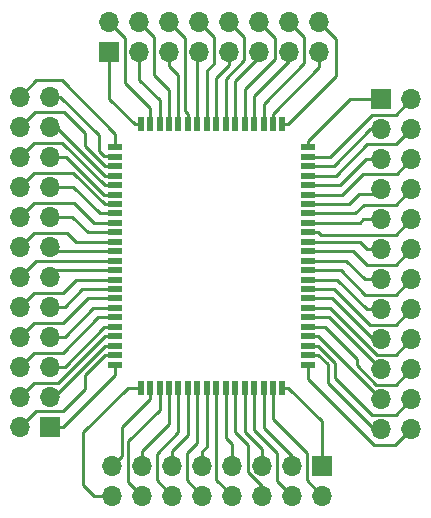
<source format=gbr>
G04 #@! TF.GenerationSoftware,KiCad,Pcbnew,(5.1.2)-2*
G04 #@! TF.CreationDate,2019-08-20T02:28:55-06:00*
G04 #@! TF.ProjectId,pqfp_80_breakout,70716670-5f38-4305-9f62-7265616b6f75,rev?*
G04 #@! TF.SameCoordinates,Original*
G04 #@! TF.FileFunction,Copper,L1,Top*
G04 #@! TF.FilePolarity,Positive*
%FSLAX46Y46*%
G04 Gerber Fmt 4.6, Leading zero omitted, Abs format (unit mm)*
G04 Created by KiCad (PCBNEW (5.1.2)-2) date 2019-08-20 02:28:55*
%MOMM*%
%LPD*%
G04 APERTURE LIST*
%ADD10O,1.700000X1.700000*%
%ADD11R,1.700000X1.700000*%
%ADD12R,0.500000X1.300000*%
%ADD13R,1.300000X0.500000*%
%ADD14C,0.250000*%
G04 APERTURE END LIST*
D10*
X159780000Y-54460000D03*
X159780000Y-57000000D03*
X157240000Y-54460000D03*
X157240000Y-57000000D03*
X154700000Y-54460000D03*
X154700000Y-57000000D03*
X152160000Y-54460000D03*
X152160000Y-57000000D03*
X149620000Y-54460000D03*
X149620000Y-57000000D03*
X147080000Y-54460000D03*
X147080000Y-57000000D03*
X144540000Y-54460000D03*
X144540000Y-57000000D03*
X142000000Y-54460000D03*
D11*
X142000000Y-57000000D03*
D12*
X144650000Y-63100000D03*
X145450000Y-63100000D03*
X146250000Y-63100000D03*
X147050000Y-63100000D03*
X147850000Y-63100000D03*
X148650000Y-63100000D03*
X149450000Y-63100000D03*
X150250000Y-63100000D03*
X151050000Y-63100000D03*
X151850000Y-63100000D03*
X152650000Y-63100000D03*
X153450000Y-63100000D03*
X154250000Y-63100000D03*
X155050000Y-63100000D03*
X155850000Y-63100000D03*
X156650000Y-63100000D03*
D13*
X158800000Y-65050000D03*
X158800000Y-65850000D03*
X158800000Y-66650000D03*
X158800000Y-67450000D03*
X158800000Y-68250000D03*
X158800000Y-69050000D03*
X158800000Y-69850000D03*
X158800000Y-70650000D03*
X158800000Y-71450000D03*
X158800000Y-72250000D03*
X158800000Y-73050000D03*
X158800000Y-73850000D03*
X158800000Y-74650000D03*
X158800000Y-75450000D03*
X158800000Y-76250000D03*
X158800000Y-77050000D03*
X158800000Y-77850000D03*
X158800000Y-78650000D03*
X158800000Y-79450000D03*
X158800000Y-80250000D03*
X158800000Y-81050000D03*
X158800000Y-81850000D03*
X158800000Y-82650000D03*
X158800000Y-83450000D03*
D12*
X156650000Y-85400000D03*
X155850000Y-85400000D03*
X155050000Y-85400000D03*
X154250000Y-85400000D03*
X153450000Y-85400000D03*
X152650000Y-85400000D03*
X151850000Y-85400000D03*
X151050000Y-85400000D03*
X150250000Y-85400000D03*
X149450000Y-85400000D03*
X148650000Y-85400000D03*
X147850000Y-85400000D03*
X147050000Y-85400000D03*
X146250000Y-85400000D03*
X145450000Y-85400000D03*
X144650000Y-85400000D03*
D13*
X142500000Y-83450000D03*
X142500000Y-82650000D03*
X142500000Y-81850000D03*
X142500000Y-81050000D03*
X142500000Y-80250000D03*
X142500000Y-79450000D03*
X142500000Y-78650000D03*
X142500000Y-77850000D03*
X142500000Y-77050000D03*
X142500000Y-76250000D03*
X142500000Y-75450000D03*
X142500000Y-74650000D03*
X142500000Y-73850000D03*
X142500000Y-73050000D03*
X142500000Y-72250000D03*
X142500000Y-71450000D03*
X142500000Y-70650000D03*
X142500000Y-69850000D03*
X142500000Y-69050000D03*
X142500000Y-68250000D03*
X142500000Y-67450000D03*
X142500000Y-66650000D03*
X142500000Y-65850000D03*
X142500000Y-65050000D03*
D10*
X167540000Y-88940000D03*
X165000000Y-88940000D03*
X167540000Y-86400000D03*
X165000000Y-86400000D03*
X167540000Y-83860000D03*
X165000000Y-83860000D03*
X167540000Y-81320000D03*
X165000000Y-81320000D03*
X167540000Y-78780000D03*
X165000000Y-78780000D03*
X167540000Y-76240000D03*
X165000000Y-76240000D03*
X167540000Y-73700000D03*
X165000000Y-73700000D03*
X167540000Y-71160000D03*
X165000000Y-71160000D03*
X167540000Y-68620000D03*
X165000000Y-68620000D03*
X167540000Y-66080000D03*
X165000000Y-66080000D03*
X167540000Y-63540000D03*
X165000000Y-63540000D03*
X167540000Y-61000000D03*
D11*
X165000000Y-61000000D03*
D10*
X142220000Y-94540000D03*
X142220000Y-92000000D03*
X144760000Y-94540000D03*
X144760000Y-92000000D03*
X147300000Y-94540000D03*
X147300000Y-92000000D03*
X149840000Y-94540000D03*
X149840000Y-92000000D03*
X152380000Y-94540000D03*
X152380000Y-92000000D03*
X154920000Y-94540000D03*
X154920000Y-92000000D03*
X157460000Y-94540000D03*
X157460000Y-92000000D03*
X160000000Y-94540000D03*
D11*
X160000000Y-92000000D03*
D10*
X134460000Y-60760000D03*
X137000000Y-60760000D03*
X134460000Y-63300000D03*
X137000000Y-63300000D03*
X134460000Y-65840000D03*
X137000000Y-65840000D03*
X134460000Y-68380000D03*
X137000000Y-68380000D03*
X134460000Y-70920000D03*
X137000000Y-70920000D03*
X134460000Y-73460000D03*
X137000000Y-73460000D03*
X134460000Y-76000000D03*
X137000000Y-76000000D03*
X134460000Y-78540000D03*
X137000000Y-78540000D03*
X134460000Y-81080000D03*
X137000000Y-81080000D03*
X134460000Y-83620000D03*
X137000000Y-83620000D03*
X134460000Y-86160000D03*
X137000000Y-86160000D03*
X134460000Y-88700000D03*
D11*
X137000000Y-88700000D03*
D14*
X142500000Y-64550000D02*
X142500000Y-65050000D01*
X142500000Y-63910000D02*
X142500000Y-64550000D01*
X137980000Y-59390000D02*
X142500000Y-63910000D01*
X134460000Y-60760000D02*
X135830000Y-59390000D01*
X135830000Y-59390000D02*
X137980000Y-59390000D01*
X137840000Y-60760000D02*
X137000000Y-60760000D01*
X141120000Y-64040000D02*
X137840000Y-60760000D01*
X141120000Y-65330000D02*
X141120000Y-64040000D01*
X141540000Y-65750000D02*
X141120000Y-65330000D01*
X142582311Y-65914142D02*
X142418169Y-65750000D01*
X142418169Y-65750000D02*
X141540000Y-65750000D01*
X141600000Y-66650000D02*
X142500000Y-66650000D01*
X139930000Y-64980000D02*
X141600000Y-66650000D01*
X139930000Y-63840000D02*
X139930000Y-64980000D01*
X138120000Y-62030000D02*
X139930000Y-63840000D01*
X134460000Y-63300000D02*
X135730000Y-62030000D01*
X135730000Y-62030000D02*
X138120000Y-62030000D01*
X141600000Y-67450000D02*
X142500000Y-67450000D01*
X137000000Y-63300000D02*
X137450000Y-63300000D01*
X137450000Y-63300000D02*
X141600000Y-67450000D01*
X138014999Y-64664999D02*
X135635001Y-64664999D01*
X141600000Y-68250000D02*
X138014999Y-64664999D01*
X135635001Y-64664999D02*
X135309999Y-64990001D01*
X142500000Y-68250000D02*
X141600000Y-68250000D01*
X135309999Y-64990001D02*
X134460000Y-65840000D01*
X141550000Y-69050000D02*
X142500000Y-69050000D01*
X137000000Y-65840000D02*
X138340000Y-65840000D01*
X138340000Y-65840000D02*
X141550000Y-69050000D01*
X135309999Y-67530001D02*
X134460000Y-68380000D01*
X135635001Y-67204999D02*
X135309999Y-67530001D01*
X138954999Y-67204999D02*
X135635001Y-67204999D01*
X141600000Y-69850000D02*
X138954999Y-67204999D01*
X142500000Y-69850000D02*
X141600000Y-69850000D01*
X141210000Y-70650000D02*
X142500000Y-70650000D01*
X137000000Y-68380000D02*
X138940000Y-68380000D01*
X138940000Y-68380000D02*
X141210000Y-70650000D01*
X135309999Y-70070001D02*
X134460000Y-70920000D01*
X135635001Y-69744999D02*
X135309999Y-70070001D01*
X139014999Y-69744999D02*
X135635001Y-69744999D01*
X142500000Y-71450000D02*
X140720000Y-71450000D01*
X140720000Y-71450000D02*
X139014999Y-69744999D01*
X140170000Y-72250000D02*
X142500000Y-72250000D01*
X137000000Y-70920000D02*
X138840000Y-70920000D01*
X138840000Y-70920000D02*
X140170000Y-72250000D01*
X135309999Y-72610001D02*
X134460000Y-73460000D01*
X135635001Y-72284999D02*
X135309999Y-72610001D01*
X138414999Y-72284999D02*
X135635001Y-72284999D01*
X142500000Y-73050000D02*
X139180000Y-73050000D01*
X139180000Y-73050000D02*
X138414999Y-72284999D01*
X137390000Y-73850000D02*
X137000000Y-73460000D01*
X142500000Y-73850000D02*
X137390000Y-73850000D01*
X135810000Y-74650000D02*
X134460000Y-76000000D01*
X142500000Y-74650000D02*
X135810000Y-74650000D01*
X137550000Y-75450000D02*
X137000000Y-76000000D01*
X142500000Y-75450000D02*
X137550000Y-75450000D01*
X135309999Y-77690001D02*
X134460000Y-78540000D01*
X135635001Y-77364999D02*
X135309999Y-77690001D01*
X138060001Y-77364999D02*
X135635001Y-77364999D01*
X142500000Y-76250000D02*
X139175000Y-76250000D01*
X139175000Y-76250000D02*
X138060001Y-77364999D01*
X141600000Y-77050000D02*
X142500000Y-77050000D01*
X139692081Y-77050000D02*
X141600000Y-77050000D01*
X138202081Y-78540000D02*
X139692081Y-77050000D01*
X137000000Y-78540000D02*
X138202081Y-78540000D01*
X135309999Y-80230001D02*
X134460000Y-81080000D01*
X135635001Y-79904999D02*
X135309999Y-80230001D01*
X138095001Y-79904999D02*
X135635001Y-79904999D01*
X142500000Y-77850000D02*
X140150000Y-77850000D01*
X140150000Y-77850000D02*
X138095001Y-79904999D01*
X141600000Y-78650000D02*
X142500000Y-78650000D01*
X140632081Y-78650000D02*
X141600000Y-78650000D01*
X138202081Y-81080000D02*
X140632081Y-78650000D01*
X137000000Y-81080000D02*
X138202081Y-81080000D01*
X135309999Y-82770001D02*
X134460000Y-83620000D01*
X135635001Y-82444999D02*
X135309999Y-82770001D01*
X138055001Y-82444999D02*
X135635001Y-82444999D01*
X142500000Y-79450000D02*
X141050000Y-79450000D01*
X141050000Y-79450000D02*
X138055001Y-82444999D01*
X141600000Y-80250000D02*
X142500000Y-80250000D01*
X141572081Y-80250000D02*
X141600000Y-80250000D01*
X138202081Y-83620000D02*
X141572081Y-80250000D01*
X137000000Y-83620000D02*
X138202081Y-83620000D01*
X135309999Y-85310001D02*
X134460000Y-86160000D01*
X135635001Y-84984999D02*
X135309999Y-85310001D01*
X137665001Y-84984999D02*
X135635001Y-84984999D01*
X142500000Y-81050000D02*
X141600000Y-81050000D01*
X141600000Y-81050000D02*
X137665001Y-84984999D01*
X137290000Y-86160000D02*
X137000000Y-86160000D01*
X141600000Y-81850000D02*
X137290000Y-86160000D01*
X142500000Y-81850000D02*
X141600000Y-81850000D01*
X141600000Y-82650000D02*
X139940000Y-84310000D01*
X142500000Y-82650000D02*
X141600000Y-82650000D01*
X139940000Y-84310000D02*
X139940000Y-85520000D01*
X135309999Y-87850001D02*
X134460000Y-88700000D01*
X139940000Y-85520000D02*
X138070000Y-87390000D01*
X138070000Y-87390000D02*
X135770000Y-87390000D01*
X135770000Y-87390000D02*
X135309999Y-87850001D01*
X142500000Y-83950000D02*
X142500000Y-83450000D01*
X142500000Y-84300000D02*
X142500000Y-83950000D01*
X138100000Y-88700000D02*
X142500000Y-84300000D01*
X137000000Y-88700000D02*
X138100000Y-88700000D01*
X143550000Y-85400000D02*
X144650000Y-85400000D01*
X139800000Y-89150000D02*
X143550000Y-85400000D01*
X139800000Y-93600000D02*
X139800000Y-89150000D01*
X142220000Y-94540000D02*
X140740000Y-94540000D01*
X140740000Y-94540000D02*
X139800000Y-93600000D01*
X145450000Y-86330000D02*
X145450000Y-85400000D01*
X143069999Y-88710001D02*
X145450000Y-86330000D01*
X142220000Y-92000000D02*
X143069999Y-91150001D01*
X143069999Y-91150001D02*
X143069999Y-88710001D01*
X146250000Y-87290000D02*
X146250000Y-85400000D01*
X143584999Y-89955001D02*
X146250000Y-87290000D01*
X144760000Y-94540000D02*
X143584999Y-93364999D01*
X143584999Y-93364999D02*
X143584999Y-89955001D01*
X147050000Y-86300000D02*
X147050000Y-85400000D01*
X147050000Y-88507919D02*
X147050000Y-86300000D01*
X144760000Y-90797919D02*
X147050000Y-88507919D01*
X144760000Y-92000000D02*
X144760000Y-90797919D01*
X147850000Y-89150000D02*
X147850000Y-85400000D01*
X146000000Y-91000000D02*
X147850000Y-89150000D01*
X147300000Y-94540000D02*
X146000000Y-93240000D01*
X146000000Y-93240000D02*
X146000000Y-91000000D01*
X148650000Y-86300000D02*
X148650000Y-85400000D01*
X147300000Y-90797919D02*
X148650000Y-89447919D01*
X147300000Y-92000000D02*
X147300000Y-90797919D01*
X148650000Y-89447919D02*
X148650000Y-86300000D01*
X149450000Y-90050000D02*
X149450000Y-85400000D01*
X148555000Y-90945000D02*
X149450000Y-90050000D01*
X149840000Y-94540000D02*
X148555000Y-93255000D01*
X148555000Y-93255000D02*
X148555000Y-90945000D01*
X150250000Y-86300000D02*
X150250000Y-85400000D01*
X150250000Y-90387919D02*
X150250000Y-86300000D01*
X149840000Y-90797919D02*
X150250000Y-90387919D01*
X149840000Y-92000000D02*
X149840000Y-90797919D01*
X151050000Y-86300000D02*
X151050000Y-85400000D01*
X151050000Y-93179501D02*
X151050000Y-86300000D01*
X152380000Y-94540000D02*
X152380000Y-94509501D01*
X152380000Y-94509501D02*
X151050000Y-93179501D01*
X151850000Y-89650000D02*
X151850000Y-85400000D01*
X152380000Y-92000000D02*
X152380000Y-90180000D01*
X152380000Y-90180000D02*
X151850000Y-89650000D01*
X152650000Y-89190000D02*
X152650000Y-85400000D01*
X153700000Y-90240000D02*
X152650000Y-89190000D01*
X153700000Y-92519002D02*
X153700000Y-90240000D01*
X154920000Y-94540000D02*
X154920000Y-93739002D01*
X154920000Y-93739002D02*
X153700000Y-92519002D01*
X153450000Y-89130000D02*
X153450000Y-85400000D01*
X154920000Y-92000000D02*
X154920000Y-90600000D01*
X154920000Y-90600000D02*
X153450000Y-89130000D01*
X156610001Y-93690001D02*
X157460000Y-94540000D01*
X156200000Y-93280000D02*
X156610001Y-93690001D01*
X156200000Y-90950000D02*
X156200000Y-93280000D01*
X154250000Y-85400000D02*
X154250000Y-89000000D01*
X154250000Y-89000000D02*
X156200000Y-90950000D01*
X155050000Y-86300000D02*
X155050000Y-85400000D01*
X155050000Y-88790000D02*
X155050000Y-86300000D01*
X157460000Y-92000000D02*
X157460000Y-91200000D01*
X157460000Y-91200000D02*
X155050000Y-88790000D01*
X155850000Y-88060000D02*
X155850000Y-85400000D01*
X158700000Y-90910000D02*
X155850000Y-88060000D01*
X160000000Y-94540000D02*
X158700000Y-93240000D01*
X158700000Y-93240000D02*
X158700000Y-90910000D01*
X157150000Y-85400000D02*
X156650000Y-85400000D01*
X160000000Y-88250000D02*
X157150000Y-85400000D01*
X160000000Y-92000000D02*
X160000000Y-88250000D01*
X158800000Y-83950000D02*
X158800000Y-83450000D01*
X158800000Y-84690000D02*
X158800000Y-83950000D01*
X164400000Y-90290000D02*
X158800000Y-84690000D01*
X167540000Y-88940000D02*
X166190000Y-90290000D01*
X166190000Y-90290000D02*
X164400000Y-90290000D01*
X159700000Y-82650000D02*
X158800000Y-82650000D01*
X160470000Y-83420000D02*
X159700000Y-82650000D01*
X160470000Y-84990000D02*
X160470000Y-83420000D01*
X165000000Y-88940000D02*
X164420000Y-88940000D01*
X164420000Y-88940000D02*
X160470000Y-84990000D01*
X159700000Y-81850000D02*
X158800000Y-81850000D01*
X161120000Y-83270000D02*
X159700000Y-81850000D01*
X161120000Y-84610000D02*
X161120000Y-83270000D01*
X164220000Y-87710000D02*
X161120000Y-84610000D01*
X167540000Y-86400000D02*
X166230000Y-87710000D01*
X166230000Y-87710000D02*
X164220000Y-87710000D01*
X159650000Y-81050000D02*
X158800000Y-81050000D01*
X165000000Y-86400000D02*
X159650000Y-81050000D01*
X160270000Y-80250000D02*
X158800000Y-80250000D01*
X162960000Y-82940000D02*
X160270000Y-80250000D01*
X162960000Y-83510000D02*
X162960000Y-82940000D01*
X164610000Y-85160000D02*
X162960000Y-83510000D01*
X167540000Y-83860000D02*
X166240000Y-85160000D01*
X166240000Y-85160000D02*
X164610000Y-85160000D01*
X160590000Y-79450000D02*
X158800000Y-79450000D01*
X165000000Y-83860000D02*
X160590000Y-79450000D01*
X160650000Y-78650000D02*
X158800000Y-78650000D01*
X164630000Y-82630000D02*
X160650000Y-78650000D01*
X167540000Y-81320000D02*
X166230000Y-82630000D01*
X166230000Y-82630000D02*
X164630000Y-82630000D01*
X165000000Y-81320000D02*
X164320000Y-81320000D01*
X159700000Y-77850000D02*
X158800000Y-77850000D01*
X160850000Y-77850000D02*
X159700000Y-77850000D01*
X164320000Y-81320000D02*
X160850000Y-77850000D01*
X164090000Y-80090000D02*
X161050000Y-77050000D01*
X161050000Y-77050000D02*
X158800000Y-77050000D01*
X167540000Y-78780000D02*
X166230000Y-80090000D01*
X166230000Y-80090000D02*
X164090000Y-80090000D01*
X161250000Y-76250000D02*
X159700000Y-76250000D01*
X159700000Y-76250000D02*
X158800000Y-76250000D01*
X165000000Y-78780000D02*
X163780000Y-78780000D01*
X163780000Y-78780000D02*
X161250000Y-76250000D01*
X161575000Y-75450000D02*
X158800000Y-75450000D01*
X163665000Y-77540000D02*
X161575000Y-75450000D01*
X167540000Y-76240000D02*
X166240000Y-77540000D01*
X166240000Y-77540000D02*
X163665000Y-77540000D01*
X162070000Y-74650000D02*
X158800000Y-74650000D01*
X165000000Y-76240000D02*
X163660000Y-76240000D01*
X163660000Y-76240000D02*
X162070000Y-74650000D01*
X162660000Y-73850000D02*
X158800000Y-73850000D01*
X163810000Y-75000000D02*
X162660000Y-73850000D01*
X167540000Y-73700000D02*
X166240000Y-75000000D01*
X166240000Y-75000000D02*
X163810000Y-75000000D01*
X163840000Y-73700000D02*
X165000000Y-73700000D01*
X158800000Y-73050000D02*
X163190000Y-73050000D01*
X163190000Y-73050000D02*
X163840000Y-73700000D01*
X159700000Y-72250000D02*
X158800000Y-72250000D01*
X159910000Y-72460000D02*
X159700000Y-72250000D01*
X167540000Y-71160000D02*
X166240000Y-72460000D01*
X166240000Y-72460000D02*
X159910000Y-72460000D01*
X159700000Y-71450000D02*
X158800000Y-71450000D01*
X163180000Y-71450000D02*
X159700000Y-71450000D01*
X165000000Y-71160000D02*
X163470000Y-71160000D01*
X163470000Y-71160000D02*
X163180000Y-71450000D01*
X159700000Y-70650000D02*
X158800000Y-70650000D01*
X162810000Y-70650000D02*
X159700000Y-70650000D01*
X163560000Y-69900000D02*
X162810000Y-70650000D01*
X167540000Y-68620000D02*
X166260000Y-69900000D01*
X166260000Y-69900000D02*
X163560000Y-69900000D01*
X162260000Y-69850000D02*
X158800000Y-69850000D01*
X163110000Y-69000000D02*
X162260000Y-69850000D01*
X165000000Y-68620000D02*
X164620000Y-69000000D01*
X164620000Y-69000000D02*
X163110000Y-69000000D01*
X161720000Y-69050000D02*
X158800000Y-69050000D01*
X163470000Y-67300000D02*
X161720000Y-69050000D01*
X167540000Y-66080000D02*
X166320000Y-67300000D01*
X166320000Y-67300000D02*
X163470000Y-67300000D01*
X161520000Y-68250000D02*
X158800000Y-68250000D01*
X165000000Y-66080000D02*
X163690000Y-66080000D01*
X163690000Y-66080000D02*
X161520000Y-68250000D01*
X161150000Y-67450000D02*
X158800000Y-67450000D01*
X163800000Y-64800000D02*
X161150000Y-67450000D01*
X167540000Y-63540000D02*
X166280000Y-64800000D01*
X166280000Y-64800000D02*
X163800000Y-64800000D01*
X160990000Y-66650000D02*
X158800000Y-66650000D01*
X165000000Y-63540000D02*
X164100000Y-63540000D01*
X164100000Y-63540000D02*
X160990000Y-66650000D01*
X160650000Y-65850000D02*
X158800000Y-65850000D01*
X164220000Y-62280000D02*
X160650000Y-65850000D01*
X167540000Y-61000000D02*
X166260000Y-62280000D01*
X166260000Y-62280000D02*
X164220000Y-62280000D01*
X158800000Y-64550000D02*
X158800000Y-65050000D01*
X162350000Y-61000000D02*
X158800000Y-64550000D01*
X165000000Y-61000000D02*
X162350000Y-61000000D01*
X160629999Y-55309999D02*
X159780000Y-54460000D01*
X161200000Y-55880000D02*
X160629999Y-55309999D01*
X161200000Y-59050000D02*
X161200000Y-55880000D01*
X156650000Y-63100000D02*
X157150000Y-63100000D01*
X157150000Y-63100000D02*
X161200000Y-59050000D01*
X159780000Y-58202081D02*
X159780000Y-57000000D01*
X159780000Y-58270000D02*
X159780000Y-58202081D01*
X155850000Y-62200000D02*
X159780000Y-58270000D01*
X155850000Y-63100000D02*
X155850000Y-62200000D01*
X158089999Y-55309999D02*
X157240000Y-54460000D01*
X158500000Y-55720000D02*
X158089999Y-55309999D01*
X158500000Y-57900000D02*
X158500000Y-55720000D01*
X155050000Y-63100000D02*
X155050000Y-61350000D01*
X155050000Y-61350000D02*
X158500000Y-57900000D01*
X157240000Y-57720000D02*
X157240000Y-57000000D01*
X154250000Y-63100000D02*
X154250000Y-60710000D01*
X154250000Y-60710000D02*
X157240000Y-57720000D01*
X155549999Y-55309999D02*
X154700000Y-54460000D01*
X156000000Y-55760000D02*
X155549999Y-55309999D01*
X156000000Y-57600000D02*
X156000000Y-55760000D01*
X153450000Y-63100000D02*
X153450000Y-60150000D01*
X153450000Y-60150000D02*
X156000000Y-57600000D01*
X154700000Y-57400000D02*
X154700000Y-57000000D01*
X152650000Y-63100000D02*
X152650000Y-59450000D01*
X152650000Y-59450000D02*
X154700000Y-57400000D01*
X153009999Y-55309999D02*
X152160000Y-54460000D01*
X153400000Y-55700000D02*
X153009999Y-55309999D01*
X153400000Y-57700000D02*
X153400000Y-55700000D01*
X151850000Y-63100000D02*
X151850000Y-59250000D01*
X151850000Y-59250000D02*
X153400000Y-57700000D01*
X151050000Y-59212592D02*
X151050000Y-62200000D01*
X151050000Y-62200000D02*
X151050000Y-63100000D01*
X152160000Y-58102592D02*
X151050000Y-59212592D01*
X152160000Y-57000000D02*
X152160000Y-58102592D01*
X150469999Y-55309999D02*
X149620000Y-54460000D01*
X150900000Y-55740000D02*
X150469999Y-55309999D01*
X150900000Y-57900000D02*
X150900000Y-55740000D01*
X150250000Y-63100000D02*
X150250000Y-58550000D01*
X150250000Y-58550000D02*
X150900000Y-57900000D01*
X149450000Y-57170000D02*
X149620000Y-57000000D01*
X149450000Y-63100000D02*
X149450000Y-57170000D01*
X147929999Y-55309999D02*
X147080000Y-54460000D01*
X148400000Y-55780000D02*
X147929999Y-55309999D01*
X148400000Y-61950000D02*
X148400000Y-55780000D01*
X148650000Y-63100000D02*
X148650000Y-62200000D01*
X148650000Y-62200000D02*
X148400000Y-61950000D01*
X147850000Y-58960000D02*
X147850000Y-63100000D01*
X147080000Y-57000000D02*
X147080000Y-58190000D01*
X147080000Y-58190000D02*
X147850000Y-58960000D01*
X147050000Y-60200000D02*
X147050000Y-63100000D01*
X145800000Y-58950000D02*
X147050000Y-60200000D01*
X144540000Y-54460000D02*
X145800000Y-55720000D01*
X145800000Y-55720000D02*
X145800000Y-58950000D01*
X146250000Y-62200000D02*
X146250000Y-63100000D01*
X146250000Y-61030000D02*
X146250000Y-62200000D01*
X144540000Y-57000000D02*
X144540000Y-59320000D01*
X144540000Y-59320000D02*
X146250000Y-61030000D01*
X145450000Y-61730000D02*
X145450000Y-63100000D01*
X143300000Y-59580000D02*
X145450000Y-61730000D01*
X142000000Y-54460000D02*
X143300000Y-55760000D01*
X143300000Y-55760000D02*
X143300000Y-59580000D01*
X144150000Y-63100000D02*
X144650000Y-63100000D01*
X142000000Y-60950000D02*
X144150000Y-63100000D01*
X142000000Y-57000000D02*
X142000000Y-60950000D01*
M02*

</source>
